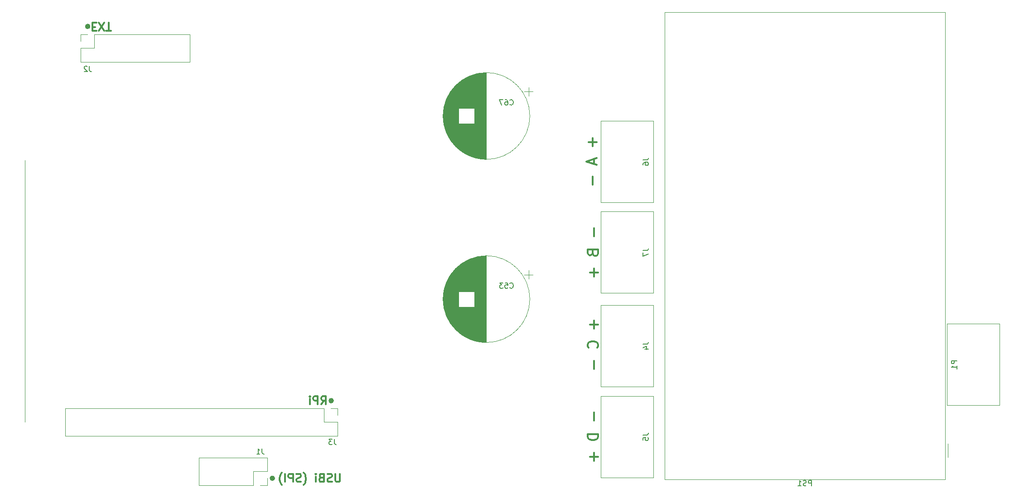
<source format=gbr>
G04 #@! TF.GenerationSoftware,KiCad,Pcbnew,(5.1.9)-1*
G04 #@! TF.CreationDate,2021-04-06T09:28:58+02:00*
G04 #@! TF.ProjectId,dsp-amplifier-x4,6473702d-616d-4706-9c69-666965722d78,rev?*
G04 #@! TF.SameCoordinates,Original*
G04 #@! TF.FileFunction,Legend,Bot*
G04 #@! TF.FilePolarity,Positive*
%FSLAX46Y46*%
G04 Gerber Fmt 4.6, Leading zero omitted, Abs format (unit mm)*
G04 Created by KiCad (PCBNEW (5.1.9)-1) date 2021-04-06 09:28:58*
%MOMM*%
%LPD*%
G01*
G04 APERTURE LIST*
%ADD10C,0.500000*%
%ADD11C,0.300000*%
%ADD12C,0.120000*%
%ADD13C,0.150000*%
G04 APERTURE END LIST*
D10*
X71750000Y-63750000D02*
G75*
G03*
X71750000Y-63750000I-250000J0D01*
G01*
X106250000Y-148250000D02*
G75*
G03*
X106250000Y-148250000I-250000J0D01*
G01*
X117250000Y-133750000D02*
G75*
G03*
X117250000Y-133750000I-250000J0D01*
G01*
D11*
X115142857Y-134428571D02*
X115642857Y-133714285D01*
X116000000Y-134428571D02*
X116000000Y-132928571D01*
X115428571Y-132928571D01*
X115285714Y-133000000D01*
X115214285Y-133071428D01*
X115142857Y-133214285D01*
X115142857Y-133428571D01*
X115214285Y-133571428D01*
X115285714Y-133642857D01*
X115428571Y-133714285D01*
X116000000Y-133714285D01*
X114500000Y-134428571D02*
X114500000Y-132928571D01*
X113928571Y-132928571D01*
X113785714Y-133000000D01*
X113714285Y-133071428D01*
X113642857Y-133214285D01*
X113642857Y-133428571D01*
X113714285Y-133571428D01*
X113785714Y-133642857D01*
X113928571Y-133714285D01*
X114500000Y-133714285D01*
X113000000Y-134428571D02*
X113000000Y-133428571D01*
X113000000Y-132928571D02*
X113071428Y-133000000D01*
X113000000Y-133071428D01*
X112928571Y-133000000D01*
X113000000Y-132928571D01*
X113000000Y-133071428D01*
X118642857Y-147428571D02*
X118642857Y-148642857D01*
X118571428Y-148785714D01*
X118500000Y-148857142D01*
X118357142Y-148928571D01*
X118071428Y-148928571D01*
X117928571Y-148857142D01*
X117857142Y-148785714D01*
X117785714Y-148642857D01*
X117785714Y-147428571D01*
X117142857Y-148857142D02*
X116928571Y-148928571D01*
X116571428Y-148928571D01*
X116428571Y-148857142D01*
X116357142Y-148785714D01*
X116285714Y-148642857D01*
X116285714Y-148500000D01*
X116357142Y-148357142D01*
X116428571Y-148285714D01*
X116571428Y-148214285D01*
X116857142Y-148142857D01*
X117000000Y-148071428D01*
X117071428Y-148000000D01*
X117142857Y-147857142D01*
X117142857Y-147714285D01*
X117071428Y-147571428D01*
X117000000Y-147500000D01*
X116857142Y-147428571D01*
X116500000Y-147428571D01*
X116285714Y-147500000D01*
X115142857Y-148142857D02*
X114928571Y-148214285D01*
X114857142Y-148285714D01*
X114785714Y-148428571D01*
X114785714Y-148642857D01*
X114857142Y-148785714D01*
X114928571Y-148857142D01*
X115071428Y-148928571D01*
X115642857Y-148928571D01*
X115642857Y-147428571D01*
X115142857Y-147428571D01*
X115000000Y-147500000D01*
X114928571Y-147571428D01*
X114857142Y-147714285D01*
X114857142Y-147857142D01*
X114928571Y-148000000D01*
X115000000Y-148071428D01*
X115142857Y-148142857D01*
X115642857Y-148142857D01*
X114142857Y-148928571D02*
X114142857Y-147928571D01*
X114142857Y-147428571D02*
X114214285Y-147500000D01*
X114142857Y-147571428D01*
X114071428Y-147500000D01*
X114142857Y-147428571D01*
X114142857Y-147571428D01*
X111857142Y-149500000D02*
X111928571Y-149428571D01*
X112071428Y-149214285D01*
X112142857Y-149071428D01*
X112214285Y-148857142D01*
X112285714Y-148500000D01*
X112285714Y-148214285D01*
X112214285Y-147857142D01*
X112142857Y-147642857D01*
X112071428Y-147500000D01*
X111928571Y-147285714D01*
X111857142Y-147214285D01*
X111357142Y-148857142D02*
X111142857Y-148928571D01*
X110785714Y-148928571D01*
X110642857Y-148857142D01*
X110571428Y-148785714D01*
X110500000Y-148642857D01*
X110500000Y-148500000D01*
X110571428Y-148357142D01*
X110642857Y-148285714D01*
X110785714Y-148214285D01*
X111071428Y-148142857D01*
X111214285Y-148071428D01*
X111285714Y-148000000D01*
X111357142Y-147857142D01*
X111357142Y-147714285D01*
X111285714Y-147571428D01*
X111214285Y-147500000D01*
X111071428Y-147428571D01*
X110714285Y-147428571D01*
X110500000Y-147500000D01*
X109857142Y-148928571D02*
X109857142Y-147428571D01*
X109285714Y-147428571D01*
X109142857Y-147500000D01*
X109071428Y-147571428D01*
X109000000Y-147714285D01*
X109000000Y-147928571D01*
X109071428Y-148071428D01*
X109142857Y-148142857D01*
X109285714Y-148214285D01*
X109857142Y-148214285D01*
X108357142Y-148928571D02*
X108357142Y-147428571D01*
X107785714Y-149500000D02*
X107714285Y-149428571D01*
X107571428Y-149214285D01*
X107500000Y-149071428D01*
X107428571Y-148857142D01*
X107357142Y-148500000D01*
X107357142Y-148214285D01*
X107428571Y-147857142D01*
X107500000Y-147642857D01*
X107571428Y-147500000D01*
X107714285Y-147285714D01*
X107785714Y-147214285D01*
X72392857Y-63857142D02*
X72892857Y-63857142D01*
X73107142Y-63071428D02*
X72392857Y-63071428D01*
X72392857Y-64571428D01*
X73107142Y-64571428D01*
X73607142Y-64571428D02*
X74607142Y-63071428D01*
X74607142Y-64571428D02*
X73607142Y-63071428D01*
X74964285Y-64571428D02*
X75821428Y-64571428D01*
X75392857Y-63071428D02*
X75392857Y-64571428D01*
X166142857Y-135976190D02*
X166142857Y-137500000D01*
X166904761Y-139976190D02*
X164904761Y-139976190D01*
X164904761Y-140452380D01*
X165000000Y-140738095D01*
X165190476Y-140928571D01*
X165380952Y-141023809D01*
X165761904Y-141119047D01*
X166047619Y-141119047D01*
X166428571Y-141023809D01*
X166619047Y-140928571D01*
X166809523Y-140738095D01*
X166904761Y-140452380D01*
X166904761Y-139976190D01*
X166142857Y-143500000D02*
X166142857Y-145023809D01*
X166904761Y-144261904D02*
X165380952Y-144261904D01*
X166142857Y-118726190D02*
X166142857Y-120250000D01*
X166904761Y-119488095D02*
X165380952Y-119488095D01*
X166714285Y-123869047D02*
X166809523Y-123773809D01*
X166904761Y-123488095D01*
X166904761Y-123297619D01*
X166809523Y-123011904D01*
X166619047Y-122821428D01*
X166428571Y-122726190D01*
X166047619Y-122630952D01*
X165761904Y-122630952D01*
X165380952Y-122726190D01*
X165190476Y-122821428D01*
X165000000Y-123011904D01*
X164904761Y-123297619D01*
X164904761Y-123488095D01*
X165000000Y-123773809D01*
X165095238Y-123869047D01*
X166142857Y-126250000D02*
X166142857Y-127773809D01*
X166142857Y-101476190D02*
X166142857Y-103000000D01*
X165857142Y-106142857D02*
X165952380Y-106428571D01*
X166047619Y-106523809D01*
X166238095Y-106619047D01*
X166523809Y-106619047D01*
X166714285Y-106523809D01*
X166809523Y-106428571D01*
X166904761Y-106238095D01*
X166904761Y-105476190D01*
X164904761Y-105476190D01*
X164904761Y-106142857D01*
X165000000Y-106333333D01*
X165095238Y-106428571D01*
X165285714Y-106523809D01*
X165476190Y-106523809D01*
X165666666Y-106428571D01*
X165761904Y-106333333D01*
X165857142Y-106142857D01*
X165857142Y-105476190D01*
X166142857Y-109000000D02*
X166142857Y-110523809D01*
X166904761Y-109761904D02*
X165380952Y-109761904D01*
X165892857Y-84619047D02*
X165892857Y-86142857D01*
X166654761Y-85380952D02*
X165130952Y-85380952D01*
X166083333Y-88523809D02*
X166083333Y-89476190D01*
X166654761Y-88333333D02*
X164654761Y-89000000D01*
X166654761Y-89666666D01*
X165892857Y-91857142D02*
X165892857Y-93380952D01*
D12*
X59730000Y-137750000D02*
X59730000Y-88750000D01*
X118210000Y-136480000D02*
X118210000Y-135150000D01*
X118210000Y-135150000D02*
X116880000Y-135150000D01*
X118210000Y-137750000D02*
X115610000Y-137750000D01*
X115610000Y-137750000D02*
X115610000Y-135150000D01*
X115610000Y-135150000D02*
X67290000Y-135150000D01*
X67290000Y-140350000D02*
X67290000Y-135150000D01*
X118210000Y-140350000D02*
X67290000Y-140350000D01*
X118210000Y-140350000D02*
X118210000Y-137750000D01*
X232050000Y-119380000D02*
X241850000Y-119380000D01*
X232050000Y-134620000D02*
X241850000Y-134620000D01*
X232050000Y-119380000D02*
X232050000Y-134620000D01*
X241850000Y-119380000D02*
X241850000Y-134620000D01*
X177200000Y-113620000D02*
X167400000Y-113620000D01*
X177200000Y-98380000D02*
X167400000Y-98380000D01*
X177200000Y-113620000D02*
X177200000Y-98380000D01*
X167400000Y-113620000D02*
X167400000Y-98380000D01*
X177200000Y-96680000D02*
X167400000Y-96680000D01*
X177200000Y-81440000D02*
X167400000Y-81440000D01*
X177200000Y-96680000D02*
X177200000Y-81440000D01*
X167400000Y-96680000D02*
X167400000Y-81440000D01*
X177200000Y-148120000D02*
X167400000Y-148120000D01*
X177200000Y-132880000D02*
X167400000Y-132880000D01*
X177200000Y-148120000D02*
X177200000Y-132880000D01*
X167400000Y-148120000D02*
X167400000Y-132880000D01*
X177200000Y-131120000D02*
X167400000Y-131120000D01*
X177200000Y-115880000D02*
X167400000Y-115880000D01*
X177200000Y-131120000D02*
X177200000Y-115880000D01*
X167400000Y-131120000D02*
X167400000Y-115880000D01*
X232200000Y-144300000D02*
X232200000Y-141800000D01*
X231700000Y-148500000D02*
X179300000Y-148500000D01*
X179300000Y-61100000D02*
X231700000Y-61100000D01*
X179300000Y-148500000D02*
X179300000Y-61100000D01*
X231700000Y-61100000D02*
X231700000Y-148500000D01*
X153889491Y-109395000D02*
X153889491Y-110995000D01*
X154689491Y-110195000D02*
X153089491Y-110195000D01*
X137919000Y-113985000D02*
X137919000Y-115515000D01*
X137959000Y-113652000D02*
X137959000Y-115848000D01*
X137999000Y-113399000D02*
X137999000Y-116101000D01*
X138039000Y-113186000D02*
X138039000Y-116314000D01*
X138079000Y-112998000D02*
X138079000Y-116502000D01*
X138119000Y-112830000D02*
X138119000Y-116670000D01*
X138159000Y-112676000D02*
X138159000Y-116824000D01*
X138199000Y-112532000D02*
X138199000Y-116968000D01*
X138239000Y-112399000D02*
X138239000Y-117101000D01*
X138279000Y-112272000D02*
X138279000Y-117228000D01*
X138319000Y-112153000D02*
X138319000Y-117347000D01*
X138359000Y-112039000D02*
X138359000Y-117461000D01*
X138399000Y-111930000D02*
X138399000Y-117570000D01*
X138439000Y-111826000D02*
X138439000Y-117674000D01*
X138479000Y-111726000D02*
X138479000Y-117774000D01*
X138519000Y-111630000D02*
X138519000Y-117870000D01*
X138559000Y-111537000D02*
X138559000Y-117963000D01*
X138599000Y-111447000D02*
X138599000Y-118053000D01*
X138639000Y-111360000D02*
X138639000Y-118140000D01*
X138679000Y-111275000D02*
X138679000Y-118225000D01*
X138719000Y-111193000D02*
X138719000Y-118307000D01*
X138759000Y-111113000D02*
X138759000Y-118387000D01*
X138799000Y-111035000D02*
X138799000Y-118465000D01*
X138839000Y-110960000D02*
X138839000Y-118540000D01*
X138879000Y-110886000D02*
X138879000Y-118614000D01*
X138919000Y-110814000D02*
X138919000Y-118686000D01*
X138959000Y-110743000D02*
X138959000Y-118757000D01*
X138999000Y-110674000D02*
X138999000Y-118826000D01*
X139039000Y-110607000D02*
X139039000Y-118893000D01*
X139079000Y-110541000D02*
X139079000Y-118959000D01*
X139119000Y-110477000D02*
X139119000Y-119023000D01*
X139159000Y-110414000D02*
X139159000Y-119086000D01*
X139199000Y-110352000D02*
X139199000Y-119148000D01*
X139239000Y-110291000D02*
X139239000Y-119209000D01*
X139279000Y-110231000D02*
X139279000Y-119269000D01*
X139319000Y-110173000D02*
X139319000Y-119327000D01*
X139359000Y-110116000D02*
X139359000Y-119384000D01*
X139399000Y-110059000D02*
X139399000Y-119441000D01*
X139439000Y-110004000D02*
X139439000Y-119496000D01*
X139479000Y-109950000D02*
X139479000Y-119550000D01*
X139519000Y-109896000D02*
X139519000Y-119604000D01*
X139559000Y-109844000D02*
X139559000Y-119656000D01*
X139599000Y-109792000D02*
X139599000Y-119708000D01*
X139639000Y-109741000D02*
X139639000Y-119759000D01*
X139679000Y-109691000D02*
X139679000Y-119809000D01*
X139719000Y-109642000D02*
X139719000Y-119858000D01*
X139759000Y-109594000D02*
X139759000Y-119906000D01*
X139799000Y-109546000D02*
X139799000Y-119954000D01*
X139839000Y-109499000D02*
X139839000Y-120001000D01*
X139879000Y-109453000D02*
X139879000Y-120047000D01*
X139919000Y-109407000D02*
X139919000Y-120093000D01*
X139959000Y-109362000D02*
X139959000Y-120138000D01*
X139999000Y-109318000D02*
X139999000Y-120182000D01*
X140039000Y-109275000D02*
X140039000Y-120225000D01*
X140079000Y-109232000D02*
X140079000Y-120268000D01*
X140119000Y-109190000D02*
X140119000Y-120310000D01*
X140159000Y-109148000D02*
X140159000Y-120352000D01*
X140199000Y-109107000D02*
X140199000Y-120393000D01*
X140239000Y-109066000D02*
X140239000Y-120434000D01*
X140279000Y-109026000D02*
X140279000Y-120474000D01*
X140319000Y-108987000D02*
X140319000Y-120513000D01*
X140359000Y-108948000D02*
X140359000Y-120552000D01*
X140399000Y-108910000D02*
X140399000Y-120590000D01*
X140439000Y-108872000D02*
X140439000Y-120628000D01*
X140479000Y-108834000D02*
X140479000Y-120666000D01*
X140519000Y-108798000D02*
X140519000Y-120702000D01*
X140559000Y-108761000D02*
X140559000Y-120739000D01*
X140599000Y-108725000D02*
X140599000Y-120775000D01*
X140639000Y-108690000D02*
X140639000Y-120810000D01*
X140679000Y-108655000D02*
X140679000Y-120845000D01*
X140719000Y-108621000D02*
X140719000Y-120879000D01*
X140759000Y-108587000D02*
X140759000Y-120913000D01*
X140799000Y-108553000D02*
X140799000Y-120947000D01*
X140839000Y-116190000D02*
X140839000Y-120980000D01*
X140839000Y-108520000D02*
X140839000Y-113310000D01*
X140879000Y-116190000D02*
X140879000Y-121013000D01*
X140879000Y-108487000D02*
X140879000Y-113310000D01*
X140919000Y-116190000D02*
X140919000Y-121045000D01*
X140919000Y-108455000D02*
X140919000Y-113310000D01*
X140959000Y-116190000D02*
X140959000Y-121077000D01*
X140959000Y-108423000D02*
X140959000Y-113310000D01*
X140999000Y-116190000D02*
X140999000Y-121108000D01*
X140999000Y-108392000D02*
X140999000Y-113310000D01*
X141039000Y-116190000D02*
X141039000Y-121140000D01*
X141039000Y-108360000D02*
X141039000Y-113310000D01*
X141079000Y-116190000D02*
X141079000Y-121170000D01*
X141079000Y-108330000D02*
X141079000Y-113310000D01*
X141119000Y-116190000D02*
X141119000Y-121200000D01*
X141119000Y-108300000D02*
X141119000Y-113310000D01*
X141159000Y-116190000D02*
X141159000Y-121230000D01*
X141159000Y-108270000D02*
X141159000Y-113310000D01*
X141199000Y-116190000D02*
X141199000Y-121260000D01*
X141199000Y-108240000D02*
X141199000Y-113310000D01*
X141239000Y-116190000D02*
X141239000Y-121289000D01*
X141239000Y-108211000D02*
X141239000Y-113310000D01*
X141279000Y-116190000D02*
X141279000Y-121318000D01*
X141279000Y-108182000D02*
X141279000Y-113310000D01*
X141319000Y-116190000D02*
X141319000Y-121346000D01*
X141319000Y-108154000D02*
X141319000Y-113310000D01*
X141359000Y-116190000D02*
X141359000Y-121374000D01*
X141359000Y-108126000D02*
X141359000Y-113310000D01*
X141399000Y-116190000D02*
X141399000Y-121402000D01*
X141399000Y-108098000D02*
X141399000Y-113310000D01*
X141439000Y-116190000D02*
X141439000Y-121429000D01*
X141439000Y-108071000D02*
X141439000Y-113310000D01*
X141479000Y-116190000D02*
X141479000Y-121456000D01*
X141479000Y-108044000D02*
X141479000Y-113310000D01*
X141519000Y-116190000D02*
X141519000Y-121483000D01*
X141519000Y-108017000D02*
X141519000Y-113310000D01*
X141559000Y-116190000D02*
X141559000Y-121509000D01*
X141559000Y-107991000D02*
X141559000Y-113310000D01*
X141599000Y-116190000D02*
X141599000Y-121535000D01*
X141599000Y-107965000D02*
X141599000Y-113310000D01*
X141639000Y-116190000D02*
X141639000Y-121561000D01*
X141639000Y-107939000D02*
X141639000Y-113310000D01*
X141679000Y-116190000D02*
X141679000Y-121586000D01*
X141679000Y-107914000D02*
X141679000Y-113310000D01*
X141719000Y-116190000D02*
X141719000Y-121611000D01*
X141719000Y-107889000D02*
X141719000Y-113310000D01*
X141759000Y-116190000D02*
X141759000Y-121636000D01*
X141759000Y-107864000D02*
X141759000Y-113310000D01*
X141799000Y-116190000D02*
X141799000Y-121660000D01*
X141799000Y-107840000D02*
X141799000Y-113310000D01*
X141839000Y-116190000D02*
X141839000Y-121684000D01*
X141839000Y-107816000D02*
X141839000Y-113310000D01*
X141879000Y-116190000D02*
X141879000Y-121708000D01*
X141879000Y-107792000D02*
X141879000Y-113310000D01*
X141919000Y-116190000D02*
X141919000Y-121731000D01*
X141919000Y-107769000D02*
X141919000Y-113310000D01*
X141959000Y-116190000D02*
X141959000Y-121754000D01*
X141959000Y-107746000D02*
X141959000Y-113310000D01*
X141999000Y-116190000D02*
X141999000Y-121777000D01*
X141999000Y-107723000D02*
X141999000Y-113310000D01*
X142039000Y-116190000D02*
X142039000Y-121799000D01*
X142039000Y-107701000D02*
X142039000Y-113310000D01*
X142079000Y-116190000D02*
X142079000Y-121822000D01*
X142079000Y-107678000D02*
X142079000Y-113310000D01*
X142119000Y-116190000D02*
X142119000Y-121844000D01*
X142119000Y-107656000D02*
X142119000Y-113310000D01*
X142159000Y-116190000D02*
X142159000Y-121865000D01*
X142159000Y-107635000D02*
X142159000Y-113310000D01*
X142199000Y-116190000D02*
X142199000Y-121886000D01*
X142199000Y-107614000D02*
X142199000Y-113310000D01*
X142239000Y-116190000D02*
X142239000Y-121907000D01*
X142239000Y-107593000D02*
X142239000Y-113310000D01*
X142279000Y-116190000D02*
X142279000Y-121928000D01*
X142279000Y-107572000D02*
X142279000Y-113310000D01*
X142319000Y-116190000D02*
X142319000Y-121949000D01*
X142319000Y-107551000D02*
X142319000Y-113310000D01*
X142359000Y-116190000D02*
X142359000Y-121969000D01*
X142359000Y-107531000D02*
X142359000Y-113310000D01*
X142399000Y-116190000D02*
X142399000Y-121989000D01*
X142399000Y-107511000D02*
X142399000Y-113310000D01*
X142439000Y-116190000D02*
X142439000Y-122008000D01*
X142439000Y-107492000D02*
X142439000Y-113310000D01*
X142479000Y-116190000D02*
X142479000Y-122028000D01*
X142479000Y-107472000D02*
X142479000Y-113310000D01*
X142519000Y-116190000D02*
X142519000Y-122047000D01*
X142519000Y-107453000D02*
X142519000Y-113310000D01*
X142559000Y-116190000D02*
X142559000Y-122066000D01*
X142559000Y-107434000D02*
X142559000Y-113310000D01*
X142599000Y-116190000D02*
X142599000Y-122084000D01*
X142599000Y-107416000D02*
X142599000Y-113310000D01*
X142639000Y-116190000D02*
X142639000Y-122103000D01*
X142639000Y-107397000D02*
X142639000Y-113310000D01*
X142679000Y-116190000D02*
X142679000Y-122121000D01*
X142679000Y-107379000D02*
X142679000Y-113310000D01*
X142719000Y-116190000D02*
X142719000Y-122139000D01*
X142719000Y-107361000D02*
X142719000Y-113310000D01*
X142759000Y-116190000D02*
X142759000Y-122156000D01*
X142759000Y-107344000D02*
X142759000Y-113310000D01*
X142799000Y-116190000D02*
X142799000Y-122173000D01*
X142799000Y-107327000D02*
X142799000Y-113310000D01*
X142839000Y-116190000D02*
X142839000Y-122190000D01*
X142839000Y-107310000D02*
X142839000Y-113310000D01*
X142879000Y-116190000D02*
X142879000Y-122207000D01*
X142879000Y-107293000D02*
X142879000Y-113310000D01*
X142919000Y-116190000D02*
X142919000Y-122224000D01*
X142919000Y-107276000D02*
X142919000Y-113310000D01*
X142959000Y-116190000D02*
X142959000Y-122240000D01*
X142959000Y-107260000D02*
X142959000Y-113310000D01*
X142999000Y-116190000D02*
X142999000Y-122256000D01*
X142999000Y-107244000D02*
X142999000Y-113310000D01*
X143039000Y-116190000D02*
X143039000Y-122272000D01*
X143039000Y-107228000D02*
X143039000Y-113310000D01*
X143079000Y-116190000D02*
X143079000Y-122287000D01*
X143079000Y-107213000D02*
X143079000Y-113310000D01*
X143119000Y-116190000D02*
X143119000Y-122303000D01*
X143119000Y-107197000D02*
X143119000Y-113310000D01*
X143159000Y-116190000D02*
X143159000Y-122318000D01*
X143159000Y-107182000D02*
X143159000Y-113310000D01*
X143199000Y-116190000D02*
X143199000Y-122332000D01*
X143199000Y-107168000D02*
X143199000Y-113310000D01*
X143239000Y-116190000D02*
X143239000Y-122347000D01*
X143239000Y-107153000D02*
X143239000Y-113310000D01*
X143279000Y-116190000D02*
X143279000Y-122361000D01*
X143279000Y-107139000D02*
X143279000Y-113310000D01*
X143319000Y-116190000D02*
X143319000Y-122375000D01*
X143319000Y-107125000D02*
X143319000Y-113310000D01*
X143359000Y-116190000D02*
X143359000Y-122389000D01*
X143359000Y-107111000D02*
X143359000Y-113310000D01*
X143399000Y-116190000D02*
X143399000Y-122403000D01*
X143399000Y-107097000D02*
X143399000Y-113310000D01*
X143439000Y-116190000D02*
X143439000Y-122416000D01*
X143439000Y-107084000D02*
X143439000Y-113310000D01*
X143479000Y-116190000D02*
X143479000Y-122430000D01*
X143479000Y-107070000D02*
X143479000Y-113310000D01*
X143519000Y-116190000D02*
X143519000Y-122443000D01*
X143519000Y-107057000D02*
X143519000Y-113310000D01*
X143559000Y-116190000D02*
X143559000Y-122455000D01*
X143559000Y-107045000D02*
X143559000Y-113310000D01*
X143599000Y-116190000D02*
X143599000Y-122468000D01*
X143599000Y-107032000D02*
X143599000Y-113310000D01*
X143639000Y-116190000D02*
X143639000Y-122480000D01*
X143639000Y-107020000D02*
X143639000Y-113310000D01*
X143679000Y-116190000D02*
X143679000Y-122492000D01*
X143679000Y-107008000D02*
X143679000Y-113310000D01*
X143719000Y-106996000D02*
X143719000Y-122504000D01*
X143759000Y-106985000D02*
X143759000Y-122515000D01*
X143799000Y-106973000D02*
X143799000Y-122527000D01*
X143839000Y-106962000D02*
X143839000Y-122538000D01*
X143879000Y-106951000D02*
X143879000Y-122549000D01*
X143919000Y-106940000D02*
X143919000Y-122560000D01*
X143959000Y-106930000D02*
X143959000Y-122570000D01*
X143999000Y-106920000D02*
X143999000Y-122580000D01*
X144039000Y-106910000D02*
X144039000Y-122590000D01*
X144079000Y-106900000D02*
X144079000Y-122600000D01*
X144119000Y-106890000D02*
X144119000Y-122610000D01*
X144159000Y-106881000D02*
X144159000Y-122619000D01*
X144199000Y-106872000D02*
X144199000Y-122628000D01*
X144239000Y-106863000D02*
X144239000Y-122637000D01*
X144279000Y-106854000D02*
X144279000Y-122646000D01*
X144319000Y-106845000D02*
X144319000Y-122655000D01*
X144359000Y-106837000D02*
X144359000Y-122663000D01*
X144399000Y-106829000D02*
X144399000Y-122671000D01*
X144439000Y-106821000D02*
X144439000Y-122679000D01*
X144479000Y-106813000D02*
X144479000Y-122687000D01*
X144519000Y-106806000D02*
X144519000Y-122694000D01*
X144559000Y-106798000D02*
X144559000Y-122702000D01*
X144599000Y-106791000D02*
X144599000Y-122709000D01*
X144639000Y-106784000D02*
X144639000Y-122716000D01*
X144679000Y-106778000D02*
X144679000Y-122722000D01*
X144719000Y-106771000D02*
X144719000Y-122729000D01*
X144759000Y-106765000D02*
X144759000Y-122735000D01*
X144799000Y-106759000D02*
X144799000Y-122741000D01*
X144839000Y-106753000D02*
X144839000Y-122747000D01*
X144879000Y-106747000D02*
X144879000Y-122753000D01*
X144919000Y-106742000D02*
X144919000Y-122758000D01*
X144959000Y-106736000D02*
X144959000Y-122764000D01*
X144999000Y-106731000D02*
X144999000Y-122769000D01*
X145039000Y-106726000D02*
X145039000Y-122774000D01*
X145079000Y-106722000D02*
X145079000Y-122778000D01*
X145119000Y-106717000D02*
X145119000Y-122783000D01*
X145159000Y-106713000D02*
X145159000Y-122787000D01*
X145199000Y-106709000D02*
X145199000Y-122791000D01*
X145239000Y-106705000D02*
X145239000Y-122795000D01*
X145279000Y-106701000D02*
X145279000Y-122799000D01*
X145320000Y-106698000D02*
X145320000Y-122802000D01*
X145360000Y-106695000D02*
X145360000Y-122805000D01*
X145400000Y-106692000D02*
X145400000Y-122808000D01*
X145440000Y-106689000D02*
X145440000Y-122811000D01*
X145480000Y-106686000D02*
X145480000Y-122814000D01*
X145520000Y-106684000D02*
X145520000Y-122816000D01*
X145560000Y-106681000D02*
X145560000Y-122819000D01*
X145600000Y-106679000D02*
X145600000Y-122821000D01*
X145640000Y-106677000D02*
X145640000Y-122823000D01*
X145680000Y-106676000D02*
X145680000Y-122824000D01*
X145720000Y-106674000D02*
X145720000Y-122826000D01*
X145760000Y-106673000D02*
X145760000Y-122827000D01*
X145800000Y-106672000D02*
X145800000Y-122828000D01*
X145840000Y-106671000D02*
X145840000Y-122829000D01*
X145880000Y-106670000D02*
X145880000Y-122830000D01*
X145920000Y-106670000D02*
X145920000Y-122830000D01*
X145960000Y-106670000D02*
X145960000Y-122830000D01*
X146000000Y-106669000D02*
X146000000Y-122831000D01*
X154120000Y-114750000D02*
G75*
G03*
X154120000Y-114750000I-8120000J0D01*
G01*
X70155000Y-65220000D02*
X70155000Y-66550000D01*
X71485000Y-65220000D02*
X70155000Y-65220000D01*
X70155000Y-67820000D02*
X70155000Y-70420000D01*
X72755000Y-67820000D02*
X70155000Y-67820000D01*
X72755000Y-65220000D02*
X72755000Y-67820000D01*
X70155000Y-70420000D02*
X90595000Y-70420000D01*
X72755000Y-65220000D02*
X90595000Y-65220000D01*
X90595000Y-65220000D02*
X90595000Y-70420000D01*
X105080000Y-149580000D02*
X105080000Y-148250000D01*
X103750000Y-149580000D02*
X105080000Y-149580000D01*
X105080000Y-146980000D02*
X105080000Y-144380000D01*
X102480000Y-146980000D02*
X105080000Y-146980000D01*
X102480000Y-149580000D02*
X102480000Y-146980000D01*
X105080000Y-144380000D02*
X92260000Y-144380000D01*
X102480000Y-149580000D02*
X92260000Y-149580000D01*
X92260000Y-149580000D02*
X92260000Y-144380000D01*
X153889491Y-75145000D02*
X153889491Y-76745000D01*
X154689491Y-75945000D02*
X153089491Y-75945000D01*
X137919000Y-79735000D02*
X137919000Y-81265000D01*
X137959000Y-79402000D02*
X137959000Y-81598000D01*
X137999000Y-79149000D02*
X137999000Y-81851000D01*
X138039000Y-78936000D02*
X138039000Y-82064000D01*
X138079000Y-78748000D02*
X138079000Y-82252000D01*
X138119000Y-78580000D02*
X138119000Y-82420000D01*
X138159000Y-78426000D02*
X138159000Y-82574000D01*
X138199000Y-78282000D02*
X138199000Y-82718000D01*
X138239000Y-78149000D02*
X138239000Y-82851000D01*
X138279000Y-78022000D02*
X138279000Y-82978000D01*
X138319000Y-77903000D02*
X138319000Y-83097000D01*
X138359000Y-77789000D02*
X138359000Y-83211000D01*
X138399000Y-77680000D02*
X138399000Y-83320000D01*
X138439000Y-77576000D02*
X138439000Y-83424000D01*
X138479000Y-77476000D02*
X138479000Y-83524000D01*
X138519000Y-77380000D02*
X138519000Y-83620000D01*
X138559000Y-77287000D02*
X138559000Y-83713000D01*
X138599000Y-77197000D02*
X138599000Y-83803000D01*
X138639000Y-77110000D02*
X138639000Y-83890000D01*
X138679000Y-77025000D02*
X138679000Y-83975000D01*
X138719000Y-76943000D02*
X138719000Y-84057000D01*
X138759000Y-76863000D02*
X138759000Y-84137000D01*
X138799000Y-76785000D02*
X138799000Y-84215000D01*
X138839000Y-76710000D02*
X138839000Y-84290000D01*
X138879000Y-76636000D02*
X138879000Y-84364000D01*
X138919000Y-76564000D02*
X138919000Y-84436000D01*
X138959000Y-76493000D02*
X138959000Y-84507000D01*
X138999000Y-76424000D02*
X138999000Y-84576000D01*
X139039000Y-76357000D02*
X139039000Y-84643000D01*
X139079000Y-76291000D02*
X139079000Y-84709000D01*
X139119000Y-76227000D02*
X139119000Y-84773000D01*
X139159000Y-76164000D02*
X139159000Y-84836000D01*
X139199000Y-76102000D02*
X139199000Y-84898000D01*
X139239000Y-76041000D02*
X139239000Y-84959000D01*
X139279000Y-75981000D02*
X139279000Y-85019000D01*
X139319000Y-75923000D02*
X139319000Y-85077000D01*
X139359000Y-75866000D02*
X139359000Y-85134000D01*
X139399000Y-75809000D02*
X139399000Y-85191000D01*
X139439000Y-75754000D02*
X139439000Y-85246000D01*
X139479000Y-75700000D02*
X139479000Y-85300000D01*
X139519000Y-75646000D02*
X139519000Y-85354000D01*
X139559000Y-75594000D02*
X139559000Y-85406000D01*
X139599000Y-75542000D02*
X139599000Y-85458000D01*
X139639000Y-75491000D02*
X139639000Y-85509000D01*
X139679000Y-75441000D02*
X139679000Y-85559000D01*
X139719000Y-75392000D02*
X139719000Y-85608000D01*
X139759000Y-75344000D02*
X139759000Y-85656000D01*
X139799000Y-75296000D02*
X139799000Y-85704000D01*
X139839000Y-75249000D02*
X139839000Y-85751000D01*
X139879000Y-75203000D02*
X139879000Y-85797000D01*
X139919000Y-75157000D02*
X139919000Y-85843000D01*
X139959000Y-75112000D02*
X139959000Y-85888000D01*
X139999000Y-75068000D02*
X139999000Y-85932000D01*
X140039000Y-75025000D02*
X140039000Y-85975000D01*
X140079000Y-74982000D02*
X140079000Y-86018000D01*
X140119000Y-74940000D02*
X140119000Y-86060000D01*
X140159000Y-74898000D02*
X140159000Y-86102000D01*
X140199000Y-74857000D02*
X140199000Y-86143000D01*
X140239000Y-74816000D02*
X140239000Y-86184000D01*
X140279000Y-74776000D02*
X140279000Y-86224000D01*
X140319000Y-74737000D02*
X140319000Y-86263000D01*
X140359000Y-74698000D02*
X140359000Y-86302000D01*
X140399000Y-74660000D02*
X140399000Y-86340000D01*
X140439000Y-74622000D02*
X140439000Y-86378000D01*
X140479000Y-74584000D02*
X140479000Y-86416000D01*
X140519000Y-74548000D02*
X140519000Y-86452000D01*
X140559000Y-74511000D02*
X140559000Y-86489000D01*
X140599000Y-74475000D02*
X140599000Y-86525000D01*
X140639000Y-74440000D02*
X140639000Y-86560000D01*
X140679000Y-74405000D02*
X140679000Y-86595000D01*
X140719000Y-74371000D02*
X140719000Y-86629000D01*
X140759000Y-74337000D02*
X140759000Y-86663000D01*
X140799000Y-74303000D02*
X140799000Y-86697000D01*
X140839000Y-81940000D02*
X140839000Y-86730000D01*
X140839000Y-74270000D02*
X140839000Y-79060000D01*
X140879000Y-81940000D02*
X140879000Y-86763000D01*
X140879000Y-74237000D02*
X140879000Y-79060000D01*
X140919000Y-81940000D02*
X140919000Y-86795000D01*
X140919000Y-74205000D02*
X140919000Y-79060000D01*
X140959000Y-81940000D02*
X140959000Y-86827000D01*
X140959000Y-74173000D02*
X140959000Y-79060000D01*
X140999000Y-81940000D02*
X140999000Y-86858000D01*
X140999000Y-74142000D02*
X140999000Y-79060000D01*
X141039000Y-81940000D02*
X141039000Y-86890000D01*
X141039000Y-74110000D02*
X141039000Y-79060000D01*
X141079000Y-81940000D02*
X141079000Y-86920000D01*
X141079000Y-74080000D02*
X141079000Y-79060000D01*
X141119000Y-81940000D02*
X141119000Y-86950000D01*
X141119000Y-74050000D02*
X141119000Y-79060000D01*
X141159000Y-81940000D02*
X141159000Y-86980000D01*
X141159000Y-74020000D02*
X141159000Y-79060000D01*
X141199000Y-81940000D02*
X141199000Y-87010000D01*
X141199000Y-73990000D02*
X141199000Y-79060000D01*
X141239000Y-81940000D02*
X141239000Y-87039000D01*
X141239000Y-73961000D02*
X141239000Y-79060000D01*
X141279000Y-81940000D02*
X141279000Y-87068000D01*
X141279000Y-73932000D02*
X141279000Y-79060000D01*
X141319000Y-81940000D02*
X141319000Y-87096000D01*
X141319000Y-73904000D02*
X141319000Y-79060000D01*
X141359000Y-81940000D02*
X141359000Y-87124000D01*
X141359000Y-73876000D02*
X141359000Y-79060000D01*
X141399000Y-81940000D02*
X141399000Y-87152000D01*
X141399000Y-73848000D02*
X141399000Y-79060000D01*
X141439000Y-81940000D02*
X141439000Y-87179000D01*
X141439000Y-73821000D02*
X141439000Y-79060000D01*
X141479000Y-81940000D02*
X141479000Y-87206000D01*
X141479000Y-73794000D02*
X141479000Y-79060000D01*
X141519000Y-81940000D02*
X141519000Y-87233000D01*
X141519000Y-73767000D02*
X141519000Y-79060000D01*
X141559000Y-81940000D02*
X141559000Y-87259000D01*
X141559000Y-73741000D02*
X141559000Y-79060000D01*
X141599000Y-81940000D02*
X141599000Y-87285000D01*
X141599000Y-73715000D02*
X141599000Y-79060000D01*
X141639000Y-81940000D02*
X141639000Y-87311000D01*
X141639000Y-73689000D02*
X141639000Y-79060000D01*
X141679000Y-81940000D02*
X141679000Y-87336000D01*
X141679000Y-73664000D02*
X141679000Y-79060000D01*
X141719000Y-81940000D02*
X141719000Y-87361000D01*
X141719000Y-73639000D02*
X141719000Y-79060000D01*
X141759000Y-81940000D02*
X141759000Y-87386000D01*
X141759000Y-73614000D02*
X141759000Y-79060000D01*
X141799000Y-81940000D02*
X141799000Y-87410000D01*
X141799000Y-73590000D02*
X141799000Y-79060000D01*
X141839000Y-81940000D02*
X141839000Y-87434000D01*
X141839000Y-73566000D02*
X141839000Y-79060000D01*
X141879000Y-81940000D02*
X141879000Y-87458000D01*
X141879000Y-73542000D02*
X141879000Y-79060000D01*
X141919000Y-81940000D02*
X141919000Y-87481000D01*
X141919000Y-73519000D02*
X141919000Y-79060000D01*
X141959000Y-81940000D02*
X141959000Y-87504000D01*
X141959000Y-73496000D02*
X141959000Y-79060000D01*
X141999000Y-81940000D02*
X141999000Y-87527000D01*
X141999000Y-73473000D02*
X141999000Y-79060000D01*
X142039000Y-81940000D02*
X142039000Y-87549000D01*
X142039000Y-73451000D02*
X142039000Y-79060000D01*
X142079000Y-81940000D02*
X142079000Y-87572000D01*
X142079000Y-73428000D02*
X142079000Y-79060000D01*
X142119000Y-81940000D02*
X142119000Y-87594000D01*
X142119000Y-73406000D02*
X142119000Y-79060000D01*
X142159000Y-81940000D02*
X142159000Y-87615000D01*
X142159000Y-73385000D02*
X142159000Y-79060000D01*
X142199000Y-81940000D02*
X142199000Y-87636000D01*
X142199000Y-73364000D02*
X142199000Y-79060000D01*
X142239000Y-81940000D02*
X142239000Y-87657000D01*
X142239000Y-73343000D02*
X142239000Y-79060000D01*
X142279000Y-81940000D02*
X142279000Y-87678000D01*
X142279000Y-73322000D02*
X142279000Y-79060000D01*
X142319000Y-81940000D02*
X142319000Y-87699000D01*
X142319000Y-73301000D02*
X142319000Y-79060000D01*
X142359000Y-81940000D02*
X142359000Y-87719000D01*
X142359000Y-73281000D02*
X142359000Y-79060000D01*
X142399000Y-81940000D02*
X142399000Y-87739000D01*
X142399000Y-73261000D02*
X142399000Y-79060000D01*
X142439000Y-81940000D02*
X142439000Y-87758000D01*
X142439000Y-73242000D02*
X142439000Y-79060000D01*
X142479000Y-81940000D02*
X142479000Y-87778000D01*
X142479000Y-73222000D02*
X142479000Y-79060000D01*
X142519000Y-81940000D02*
X142519000Y-87797000D01*
X142519000Y-73203000D02*
X142519000Y-79060000D01*
X142559000Y-81940000D02*
X142559000Y-87816000D01*
X142559000Y-73184000D02*
X142559000Y-79060000D01*
X142599000Y-81940000D02*
X142599000Y-87834000D01*
X142599000Y-73166000D02*
X142599000Y-79060000D01*
X142639000Y-81940000D02*
X142639000Y-87853000D01*
X142639000Y-73147000D02*
X142639000Y-79060000D01*
X142679000Y-81940000D02*
X142679000Y-87871000D01*
X142679000Y-73129000D02*
X142679000Y-79060000D01*
X142719000Y-81940000D02*
X142719000Y-87889000D01*
X142719000Y-73111000D02*
X142719000Y-79060000D01*
X142759000Y-81940000D02*
X142759000Y-87906000D01*
X142759000Y-73094000D02*
X142759000Y-79060000D01*
X142799000Y-81940000D02*
X142799000Y-87923000D01*
X142799000Y-73077000D02*
X142799000Y-79060000D01*
X142839000Y-81940000D02*
X142839000Y-87940000D01*
X142839000Y-73060000D02*
X142839000Y-79060000D01*
X142879000Y-81940000D02*
X142879000Y-87957000D01*
X142879000Y-73043000D02*
X142879000Y-79060000D01*
X142919000Y-81940000D02*
X142919000Y-87974000D01*
X142919000Y-73026000D02*
X142919000Y-79060000D01*
X142959000Y-81940000D02*
X142959000Y-87990000D01*
X142959000Y-73010000D02*
X142959000Y-79060000D01*
X142999000Y-81940000D02*
X142999000Y-88006000D01*
X142999000Y-72994000D02*
X142999000Y-79060000D01*
X143039000Y-81940000D02*
X143039000Y-88022000D01*
X143039000Y-72978000D02*
X143039000Y-79060000D01*
X143079000Y-81940000D02*
X143079000Y-88037000D01*
X143079000Y-72963000D02*
X143079000Y-79060000D01*
X143119000Y-81940000D02*
X143119000Y-88053000D01*
X143119000Y-72947000D02*
X143119000Y-79060000D01*
X143159000Y-81940000D02*
X143159000Y-88068000D01*
X143159000Y-72932000D02*
X143159000Y-79060000D01*
X143199000Y-81940000D02*
X143199000Y-88082000D01*
X143199000Y-72918000D02*
X143199000Y-79060000D01*
X143239000Y-81940000D02*
X143239000Y-88097000D01*
X143239000Y-72903000D02*
X143239000Y-79060000D01*
X143279000Y-81940000D02*
X143279000Y-88111000D01*
X143279000Y-72889000D02*
X143279000Y-79060000D01*
X143319000Y-81940000D02*
X143319000Y-88125000D01*
X143319000Y-72875000D02*
X143319000Y-79060000D01*
X143359000Y-81940000D02*
X143359000Y-88139000D01*
X143359000Y-72861000D02*
X143359000Y-79060000D01*
X143399000Y-81940000D02*
X143399000Y-88153000D01*
X143399000Y-72847000D02*
X143399000Y-79060000D01*
X143439000Y-81940000D02*
X143439000Y-88166000D01*
X143439000Y-72834000D02*
X143439000Y-79060000D01*
X143479000Y-81940000D02*
X143479000Y-88180000D01*
X143479000Y-72820000D02*
X143479000Y-79060000D01*
X143519000Y-81940000D02*
X143519000Y-88193000D01*
X143519000Y-72807000D02*
X143519000Y-79060000D01*
X143559000Y-81940000D02*
X143559000Y-88205000D01*
X143559000Y-72795000D02*
X143559000Y-79060000D01*
X143599000Y-81940000D02*
X143599000Y-88218000D01*
X143599000Y-72782000D02*
X143599000Y-79060000D01*
X143639000Y-81940000D02*
X143639000Y-88230000D01*
X143639000Y-72770000D02*
X143639000Y-79060000D01*
X143679000Y-81940000D02*
X143679000Y-88242000D01*
X143679000Y-72758000D02*
X143679000Y-79060000D01*
X143719000Y-72746000D02*
X143719000Y-88254000D01*
X143759000Y-72735000D02*
X143759000Y-88265000D01*
X143799000Y-72723000D02*
X143799000Y-88277000D01*
X143839000Y-72712000D02*
X143839000Y-88288000D01*
X143879000Y-72701000D02*
X143879000Y-88299000D01*
X143919000Y-72690000D02*
X143919000Y-88310000D01*
X143959000Y-72680000D02*
X143959000Y-88320000D01*
X143999000Y-72670000D02*
X143999000Y-88330000D01*
X144039000Y-72660000D02*
X144039000Y-88340000D01*
X144079000Y-72650000D02*
X144079000Y-88350000D01*
X144119000Y-72640000D02*
X144119000Y-88360000D01*
X144159000Y-72631000D02*
X144159000Y-88369000D01*
X144199000Y-72622000D02*
X144199000Y-88378000D01*
X144239000Y-72613000D02*
X144239000Y-88387000D01*
X144279000Y-72604000D02*
X144279000Y-88396000D01*
X144319000Y-72595000D02*
X144319000Y-88405000D01*
X144359000Y-72587000D02*
X144359000Y-88413000D01*
X144399000Y-72579000D02*
X144399000Y-88421000D01*
X144439000Y-72571000D02*
X144439000Y-88429000D01*
X144479000Y-72563000D02*
X144479000Y-88437000D01*
X144519000Y-72556000D02*
X144519000Y-88444000D01*
X144559000Y-72548000D02*
X144559000Y-88452000D01*
X144599000Y-72541000D02*
X144599000Y-88459000D01*
X144639000Y-72534000D02*
X144639000Y-88466000D01*
X144679000Y-72528000D02*
X144679000Y-88472000D01*
X144719000Y-72521000D02*
X144719000Y-88479000D01*
X144759000Y-72515000D02*
X144759000Y-88485000D01*
X144799000Y-72509000D02*
X144799000Y-88491000D01*
X144839000Y-72503000D02*
X144839000Y-88497000D01*
X144879000Y-72497000D02*
X144879000Y-88503000D01*
X144919000Y-72492000D02*
X144919000Y-88508000D01*
X144959000Y-72486000D02*
X144959000Y-88514000D01*
X144999000Y-72481000D02*
X144999000Y-88519000D01*
X145039000Y-72476000D02*
X145039000Y-88524000D01*
X145079000Y-72472000D02*
X145079000Y-88528000D01*
X145119000Y-72467000D02*
X145119000Y-88533000D01*
X145159000Y-72463000D02*
X145159000Y-88537000D01*
X145199000Y-72459000D02*
X145199000Y-88541000D01*
X145239000Y-72455000D02*
X145239000Y-88545000D01*
X145279000Y-72451000D02*
X145279000Y-88549000D01*
X145320000Y-72448000D02*
X145320000Y-88552000D01*
X145360000Y-72445000D02*
X145360000Y-88555000D01*
X145400000Y-72442000D02*
X145400000Y-88558000D01*
X145440000Y-72439000D02*
X145440000Y-88561000D01*
X145480000Y-72436000D02*
X145480000Y-88564000D01*
X145520000Y-72434000D02*
X145520000Y-88566000D01*
X145560000Y-72431000D02*
X145560000Y-88569000D01*
X145600000Y-72429000D02*
X145600000Y-88571000D01*
X145640000Y-72427000D02*
X145640000Y-88573000D01*
X145680000Y-72426000D02*
X145680000Y-88574000D01*
X145720000Y-72424000D02*
X145720000Y-88576000D01*
X145760000Y-72423000D02*
X145760000Y-88577000D01*
X145800000Y-72422000D02*
X145800000Y-88578000D01*
X145840000Y-72421000D02*
X145840000Y-88579000D01*
X145880000Y-72420000D02*
X145880000Y-88580000D01*
X145920000Y-72420000D02*
X145920000Y-88580000D01*
X145960000Y-72420000D02*
X145960000Y-88580000D01*
X146000000Y-72419000D02*
X146000000Y-88581000D01*
X154120000Y-80500000D02*
G75*
G03*
X154120000Y-80500000I-8120000J0D01*
G01*
D13*
X117583333Y-140952380D02*
X117583333Y-141666666D01*
X117630952Y-141809523D01*
X117726190Y-141904761D01*
X117869047Y-141952380D01*
X117964285Y-141952380D01*
X117202380Y-140952380D02*
X116583333Y-140952380D01*
X116916666Y-141333333D01*
X116773809Y-141333333D01*
X116678571Y-141380952D01*
X116630952Y-141428571D01*
X116583333Y-141523809D01*
X116583333Y-141761904D01*
X116630952Y-141857142D01*
X116678571Y-141904761D01*
X116773809Y-141952380D01*
X117059523Y-141952380D01*
X117154761Y-141904761D01*
X117202380Y-141857142D01*
X233892380Y-126261904D02*
X232892380Y-126261904D01*
X232892380Y-126642857D01*
X232940000Y-126738095D01*
X232987619Y-126785714D01*
X233082857Y-126833333D01*
X233225714Y-126833333D01*
X233320952Y-126785714D01*
X233368571Y-126738095D01*
X233416190Y-126642857D01*
X233416190Y-126261904D01*
X233892380Y-127785714D02*
X233892380Y-127214285D01*
X233892380Y-127500000D02*
X232892380Y-127500000D01*
X233035238Y-127404761D01*
X233130476Y-127309523D01*
X233178095Y-127214285D01*
X175262380Y-105666666D02*
X175976666Y-105666666D01*
X176119523Y-105619047D01*
X176214761Y-105523809D01*
X176262380Y-105380952D01*
X176262380Y-105285714D01*
X175262380Y-106047619D02*
X175262380Y-106714285D01*
X176262380Y-106285714D01*
X175262380Y-88726666D02*
X175976666Y-88726666D01*
X176119523Y-88679047D01*
X176214761Y-88583809D01*
X176262380Y-88440952D01*
X176262380Y-88345714D01*
X175262380Y-89631428D02*
X175262380Y-89440952D01*
X175310000Y-89345714D01*
X175357619Y-89298095D01*
X175500476Y-89202857D01*
X175690952Y-89155238D01*
X176071904Y-89155238D01*
X176167142Y-89202857D01*
X176214761Y-89250476D01*
X176262380Y-89345714D01*
X176262380Y-89536190D01*
X176214761Y-89631428D01*
X176167142Y-89679047D01*
X176071904Y-89726666D01*
X175833809Y-89726666D01*
X175738571Y-89679047D01*
X175690952Y-89631428D01*
X175643333Y-89536190D01*
X175643333Y-89345714D01*
X175690952Y-89250476D01*
X175738571Y-89202857D01*
X175833809Y-89155238D01*
X175262380Y-140166666D02*
X175976666Y-140166666D01*
X176119523Y-140119047D01*
X176214761Y-140023809D01*
X176262380Y-139880952D01*
X176262380Y-139785714D01*
X175262380Y-141119047D02*
X175262380Y-140642857D01*
X175738571Y-140595238D01*
X175690952Y-140642857D01*
X175643333Y-140738095D01*
X175643333Y-140976190D01*
X175690952Y-141071428D01*
X175738571Y-141119047D01*
X175833809Y-141166666D01*
X176071904Y-141166666D01*
X176167142Y-141119047D01*
X176214761Y-141071428D01*
X176262380Y-140976190D01*
X176262380Y-140738095D01*
X176214761Y-140642857D01*
X176167142Y-140595238D01*
X175262380Y-123166666D02*
X175976666Y-123166666D01*
X176119523Y-123119047D01*
X176214761Y-123023809D01*
X176262380Y-122880952D01*
X176262380Y-122785714D01*
X175595714Y-124071428D02*
X176262380Y-124071428D01*
X175214761Y-123833333D02*
X175929047Y-123595238D01*
X175929047Y-124214285D01*
X206714285Y-149652380D02*
X206714285Y-148652380D01*
X206333333Y-148652380D01*
X206238095Y-148700000D01*
X206190476Y-148747619D01*
X206142857Y-148842857D01*
X206142857Y-148985714D01*
X206190476Y-149080952D01*
X206238095Y-149128571D01*
X206333333Y-149176190D01*
X206714285Y-149176190D01*
X205761904Y-149604761D02*
X205619047Y-149652380D01*
X205380952Y-149652380D01*
X205285714Y-149604761D01*
X205238095Y-149557142D01*
X205190476Y-149461904D01*
X205190476Y-149366666D01*
X205238095Y-149271428D01*
X205285714Y-149223809D01*
X205380952Y-149176190D01*
X205571428Y-149128571D01*
X205666666Y-149080952D01*
X205714285Y-149033333D01*
X205761904Y-148938095D01*
X205761904Y-148842857D01*
X205714285Y-148747619D01*
X205666666Y-148700000D01*
X205571428Y-148652380D01*
X205333333Y-148652380D01*
X205190476Y-148700000D01*
X204238095Y-149652380D02*
X204809523Y-149652380D01*
X204523809Y-149652380D02*
X204523809Y-148652380D01*
X204619047Y-148795238D01*
X204714285Y-148890476D01*
X204809523Y-148938095D01*
X150392857Y-112607142D02*
X150440476Y-112654761D01*
X150583333Y-112702380D01*
X150678571Y-112702380D01*
X150821428Y-112654761D01*
X150916666Y-112559523D01*
X150964285Y-112464285D01*
X151011904Y-112273809D01*
X151011904Y-112130952D01*
X150964285Y-111940476D01*
X150916666Y-111845238D01*
X150821428Y-111750000D01*
X150678571Y-111702380D01*
X150583333Y-111702380D01*
X150440476Y-111750000D01*
X150392857Y-111797619D01*
X149488095Y-111702380D02*
X149964285Y-111702380D01*
X150011904Y-112178571D01*
X149964285Y-112130952D01*
X149869047Y-112083333D01*
X149630952Y-112083333D01*
X149535714Y-112130952D01*
X149488095Y-112178571D01*
X149440476Y-112273809D01*
X149440476Y-112511904D01*
X149488095Y-112607142D01*
X149535714Y-112654761D01*
X149630952Y-112702380D01*
X149869047Y-112702380D01*
X149964285Y-112654761D01*
X150011904Y-112607142D01*
X149107142Y-111702380D02*
X148488095Y-111702380D01*
X148821428Y-112083333D01*
X148678571Y-112083333D01*
X148583333Y-112130952D01*
X148535714Y-112178571D01*
X148488095Y-112273809D01*
X148488095Y-112511904D01*
X148535714Y-112607142D01*
X148583333Y-112654761D01*
X148678571Y-112702380D01*
X148964285Y-112702380D01*
X149059523Y-112654761D01*
X149107142Y-112607142D01*
X71833333Y-71202380D02*
X71833333Y-71916666D01*
X71880952Y-72059523D01*
X71976190Y-72154761D01*
X72119047Y-72202380D01*
X72214285Y-72202380D01*
X71404761Y-71297619D02*
X71357142Y-71250000D01*
X71261904Y-71202380D01*
X71023809Y-71202380D01*
X70928571Y-71250000D01*
X70880952Y-71297619D01*
X70833333Y-71392857D01*
X70833333Y-71488095D01*
X70880952Y-71630952D01*
X71452380Y-72202380D01*
X70833333Y-72202380D01*
X104083333Y-142702380D02*
X104083333Y-143416666D01*
X104130952Y-143559523D01*
X104226190Y-143654761D01*
X104369047Y-143702380D01*
X104464285Y-143702380D01*
X103083333Y-143702380D02*
X103654761Y-143702380D01*
X103369047Y-143702380D02*
X103369047Y-142702380D01*
X103464285Y-142845238D01*
X103559523Y-142940476D01*
X103654761Y-142988095D01*
X150392857Y-78357142D02*
X150440476Y-78404761D01*
X150583333Y-78452380D01*
X150678571Y-78452380D01*
X150821428Y-78404761D01*
X150916666Y-78309523D01*
X150964285Y-78214285D01*
X151011904Y-78023809D01*
X151011904Y-77880952D01*
X150964285Y-77690476D01*
X150916666Y-77595238D01*
X150821428Y-77500000D01*
X150678571Y-77452380D01*
X150583333Y-77452380D01*
X150440476Y-77500000D01*
X150392857Y-77547619D01*
X149535714Y-77452380D02*
X149726190Y-77452380D01*
X149821428Y-77500000D01*
X149869047Y-77547619D01*
X149964285Y-77690476D01*
X150011904Y-77880952D01*
X150011904Y-78261904D01*
X149964285Y-78357142D01*
X149916666Y-78404761D01*
X149821428Y-78452380D01*
X149630952Y-78452380D01*
X149535714Y-78404761D01*
X149488095Y-78357142D01*
X149440476Y-78261904D01*
X149440476Y-78023809D01*
X149488095Y-77928571D01*
X149535714Y-77880952D01*
X149630952Y-77833333D01*
X149821428Y-77833333D01*
X149916666Y-77880952D01*
X149964285Y-77928571D01*
X150011904Y-78023809D01*
X149107142Y-77452380D02*
X148440476Y-77452380D01*
X148869047Y-78452380D01*
M02*

</source>
